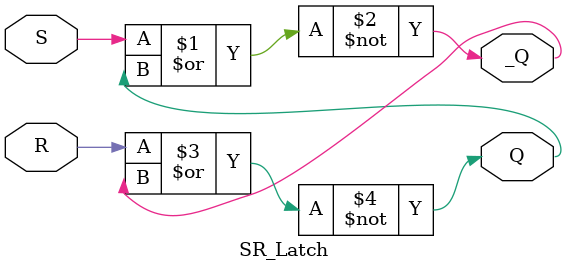
<source format=v>
module SR_Latch(
	input S,
	input R,
	output Q,
	output _Q
);

wire Q;
wire _Q;

nor nor_1(_Q,S,Q);

nor nor_2(Q,R,_Q);

endmodule

</source>
